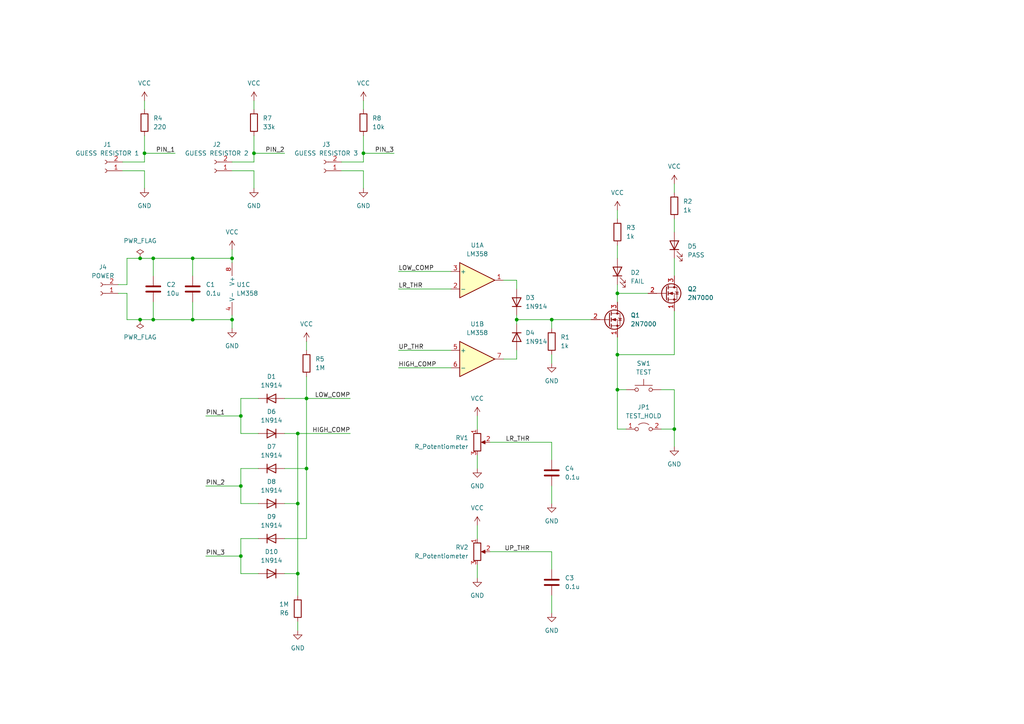
<source format=kicad_sch>
(kicad_sch (version 20230121) (generator eeschema)
  (paper "A4")
  (lib_symbols
    (symbol "Amplifier_Operational:LM358" (pin_names (offset 0.127))
      (property "Reference" "U" (at 0 5.08 0))
      (property "Value" "LM358" (at 0 -5.08 0))
      (symbol "LM358_1_1"
        (polyline (pts (xy -5.08 5.08) (xy 5.08 0) (xy -5.08 -5.08) (xy -5.08 5.08)) (stroke (width 0.254)) (fill (type background)))
        (pin output line (at 7.62 0 180) (length 2.54) (name "~") (number "1"))
        (pin input line (at -7.62 -2.54 0) (length 2.54) (name "-") (number "2"))
        (pin input line (at -7.62 2.54 0) (length 2.54) (name "+") (number "3"))
      )
      (symbol "LM358_2_1"
        (polyline (pts (xy -5.08 5.08) (xy 5.08 0) (xy -5.08 -5.08) (xy -5.08 5.08)) (stroke (width 0.254)) (fill (type background)))
        (pin input line (at -7.62 2.54 0) (length 2.54) (name "+") (number "5"))
        (pin input line (at -7.62 -2.54 0) (length 2.54) (name "-") (number "6"))
        (pin output line (at 7.62 0 180) (length 2.54) (name "~") (number "7"))
      )
      (symbol "LM358_3_1"
        (pin power_in line (at -2.54 -7.62 90) (length 3.81) (name "V-") (number "4"))
        (pin power_in line (at -2.54 7.62 270) (length 3.81) (name "V+") (number "8"))
      )
    )
    (symbol "Connector:Conn_01x02_Female" (pin_names (offset 1.016) hide)
      (property "Reference" "J" (at 0 2.54 0))
      (property "Value" "Conn_01x02_Female" (at 0 -5.08 0))
      (symbol "Conn_01x02_Female_1_1"
        (arc (start 0 -2.032) (mid -0.5058 -2.54) (end 0 -3.048) (stroke (width 0.1524)))
        (polyline (pts (xy -1.27 -2.54) (xy -0.508 -2.54)) (stroke (width 0.1524)))
        (polyline (pts (xy -1.27 0) (xy -0.508 0)) (stroke (width 0.1524)))
        (arc (start 0 0.508) (mid -0.5058 0) (end 0 -0.508) (stroke (width 0.1524)))
        (pin passive line (at -5.08 0 0) (length 3.81) (name "Pin_1") (number "1"))
        (pin passive line (at -5.08 -2.54 0) (length 3.81) (name "Pin_2") (number "2"))
      )
    )
    (symbol "Device:C" (pin_numbers hide) (pin_names (offset 0.254))
      (property "Reference" "C" (at 0.635 2.54 0))
      (property "Value" "C" (at 0.635 -2.54 0))
      (symbol "C_0_1"
        (polyline (pts (xy -2.032 -0.762) (xy 2.032 -0.762)) (stroke (width 0.508)))
        (polyline (pts (xy -2.032 0.762) (xy 2.032 0.762)) (stroke (width 0.508)))
      )
      (symbol "C_1_1"
        (pin passive line (at 0 3.81 270) (length 2.794) (name "~") (number "1"))
        (pin passive line (at 0 -3.81 90) (length 2.794) (name "~") (number "2"))
      )
    )
    (symbol "Device:D" (pin_numbers hide) (pin_names (offset 1.016) hide)
      (property "Reference" "D" (at 0 2.54 0))
      (property "Value" "D" (at 0 -2.54 0))
      (symbol "D_0_1"
        (polyline (pts (xy -1.27 1.27) (xy -1.27 -1.27)) (stroke (width 0.254)))
        (polyline (pts (xy 1.27 0) (xy -1.27 0)))
        (polyline (pts (xy 1.27 1.27) (xy 1.27 -1.27) (xy -1.27 0) (xy 1.27 1.27)) (stroke (width 0.254)))
      )
      (symbol "D_1_1"
        (pin passive line (at -3.81 0 0) (length 2.54) (name "K") (number "1"))
        (pin passive line (at 3.81 0 180) (length 2.54) (name "A") (number "2"))
      )
    )
    (symbol "Device:LED" (pin_numbers hide) (pin_names (offset 1.016) hide)
      (property "Reference" "D" (at 0 2.54 0))
      (property "Value" "LED" (at 0 -2.54 0))
      (symbol "LED_0_1"
        (polyline (pts (xy -1.27 -1.27) (xy -1.27 1.27)) (stroke (width 0.254)))
        (polyline (pts (xy -1.27 0) (xy 1.27 0)))
        (polyline (pts (xy 1.27 -1.27) (xy 1.27 1.27) (xy -1.27 0) (xy 1.27 -1.27)) (stroke (width 0.254)))
        (polyline (pts (xy -3.048 -0.762) (xy -4.572 -2.286) (xy -3.81 -2.286) (xy -4.572 -2.286) (xy -4.572 -1.524)))
        (polyline (pts (xy -1.778 -0.762) (xy -3.302 -2.286) (xy -2.54 -2.286) (xy -3.302 -2.286) (xy -3.302 -1.524)))
      )
      (symbol "LED_1_1"
        (pin passive line (at -3.81 0 0) (length 2.54) (name "K") (number "1"))
        (pin passive line (at 3.81 0 180) (length 2.54) (name "A") (number "2"))
      )
    )
    (symbol "Device:R" (pin_numbers hide) (pin_names (offset 0))
      (property "Reference" "R" (at 2.032 0 90))
      (property "Value" "R" (at 0 0 90))
      (symbol "R_0_1"
        (rectangle (start -1.016 -2.54) (end 1.016 2.54) (stroke (width 0.254)))
      )
      (symbol "R_1_1"
        (pin passive line (at 0 3.81 270) (length 1.27) (name "~") (number "1"))
        (pin passive line (at 0 -3.81 90) (length 1.27) (name "~") (number "2"))
      )
    )
    (symbol "Device:R_Potentiometer" (pin_names (offset 1.016) hide)
      (property "Reference" "RV" (at -4.445 0 90))
      (property "Value" "R_Potentiometer" (at -2.54 0 90))
      (symbol "R_Potentiometer_0_1"
        (polyline (pts (xy 2.54 0) (xy 1.524 0)))
        (polyline (pts (xy 1.143 0) (xy 2.286 0.508) (xy 2.286 -0.508) (xy 1.143 0)) (fill (type outline)))
        (rectangle (start 1.016 2.54) (end -1.016 -2.54) (stroke (width 0.254)))
      )
      (symbol "R_Potentiometer_1_1"
        (pin passive line (at 0 3.81 270) (length 1.27) (name "1") (number "1"))
        (pin passive line (at 3.81 0 180) (length 1.27) (name "2") (number "2"))
        (pin passive line (at 0 -3.81 90) (length 1.27) (name "3") (number "3"))
      )
    )
    (symbol "Jumper:Jumper_2_Open" (pin_names (offset 0) hide)
      (property "Reference" "JP" (at 0 2.794 0))
      (property "Value" "Jumper_2_Open" (at 0 -2.286 0))
      (symbol "Jumper_2_Open_0_0"
        (circle (center -2.032 0) (radius 0.508))
        (circle (center 2.032 0) (radius 0.508))
      )
      (symbol "Jumper_2_Open_0_1"
        (arc (start 1.524 1.27) (mid 0 1.778) (end -1.524 1.27))
      )
      (symbol "Jumper_2_Open_1_1"
        (pin passive line (at -5.08 0 0) (length 2.54) (name "A") (number "1"))
        (pin passive line (at 5.08 0 180) (length 2.54) (name "B") (number "2"))
      )
    )
    (symbol "Switch:SW_Push" (pin_numbers hide) (pin_names (offset 1.016) hide)
      (property "Reference" "SW" (at 1.27 2.54 0))
      (property "Value" "SW_Push" (at 0 -1.524 0))
      (symbol "SW_Push_0_1"
        (circle (center -2.032 0) (radius 0.508))
        (polyline (pts (xy 0 1.27) (xy 0 3.048)))
        (polyline (pts (xy 2.54 1.27) (xy -2.54 1.27)))
        (circle (center 2.032 0) (radius 0.508))
        (pin passive line (at -5.08 0 0) (length 2.54) (name "1") (number "1"))
        (pin passive line (at 5.08 0 180) (length 2.54) (name "2") (number "2"))
      )
    )
    (symbol "Transistor_FET:2N7000" (pin_names hide)
      (property "Reference" "Q" (at 5.08 1.905 0))
      (property "Value" "2N7000" (at 5.08 0 0))
      (symbol "2N7000_0_1"
        (polyline (pts (xy 0.254 0) (xy -2.54 0)))
        (polyline (pts (xy 0.254 1.905) (xy 0.254 -1.905)) (stroke (width 0.254)))
        (polyline (pts (xy 0.762 -1.27) (xy 0.762 -2.286)) (stroke (width 0.254)))
        (polyline (pts (xy 0.762 0.508) (xy 0.762 -0.508)) (stroke (width 0.254)))
        (polyline (pts (xy 0.762 2.286) (xy 0.762 1.27)) (stroke (width 0.254)))
        (polyline (pts (xy 2.54 2.54) (xy 2.54 1.778)))
        (polyline (pts (xy 2.54 -2.54) (xy 2.54 0) (xy 0.762 0)))
        (polyline (pts (xy 0.762 -1.778) (xy 3.302 -1.778) (xy 3.302 1.778) (xy 0.762 1.778)))
        (polyline (pts (xy 1.016 0) (xy 2.032 0.381) (xy 2.032 -0.381) (xy 1.016 0)) (fill (type outline)))
        (polyline (pts (xy 2.794 0.508) (xy 2.921 0.381) (xy 3.683 0.381) (xy 3.81 0.254)))
        (polyline (pts (xy 3.302 0.381) (xy 2.921 -0.254) (xy 3.683 -0.254) (xy 3.302 0.381)))
        (circle (center 1.651 0) (radius 2.794) (stroke (width 0.254)))
        (circle (center 2.54 -1.778) (radius 0.254) (fill (type outline)))
        (circle (center 2.54 1.778) (radius 0.254) (fill (type outline)))
      )
      (symbol "2N7000_1_1"
        (pin passive line (at 2.54 -5.08 90) (length 2.54) (name "S") (number "1"))
        (pin input line (at -5.08 0 0) (length 2.54) (name "G") (number "2"))
        (pin passive line (at 2.54 5.08 270) (length 2.54) (name "D") (number "3"))
      )
    )
    (symbol "power:GND" (power) (pin_names (offset 0))
      (property "Value" "GND" (at 0 -3.81 0))
      (symbol "GND_0_1"
        (polyline (pts (xy 0 0) (xy 0 -1.27) (xy 1.27 -1.27) (xy 0 -2.54) (xy -1.27 -1.27) (xy 0 -1.27)))
      )
      (symbol "GND_1_1"
        (pin power_in line (at 0 0 270) (length 0) hide (name "GND") (number "1"))
      )
    )
    (symbol "power:PWR_FLAG" (power) (pin_numbers hide) (pin_names (offset 0) hide)
      (property "Value" "PWR_FLAG" (at 0 3.81 0))
      (symbol "PWR_FLAG_0_0"
        (pin power_out line (at 0 0 90) (length 0) (name "pwr") (number "1"))
      )
      (symbol "PWR_FLAG_0_1"
        (polyline (pts (xy 0 0) (xy 0 1.27) (xy -1.016 1.905) (xy 0 2.54) (xy 1.016 1.905) (xy 0 1.27)))
      )
    )
    (symbol "power:VCC" (power) (pin_names (offset 0))
      (property "Value" "VCC" (at 0 3.81 0))
      (symbol "VCC_0_1"
        (polyline (pts (xy -0.762 1.27) (xy 0 2.54)))
        (polyline (pts (xy 0 0) (xy 0 2.54)))
        (polyline (pts (xy 0 2.54) (xy 0.762 1.27)))
      )
      (symbol "VCC_1_1"
        (pin power_in line (at 0 0 90) (length 0) hide (name "VCC") (number "1"))
      )
    )
  )
  (junction (at 67.31 92.71))
  (junction (at 44.45 74.93))
  (junction (at 179.07 102.87))
  (junction (at 67.31 74.93))
  (junction (at 69.85 120.65))
  (junction (at 88.9 135.89))
  (junction (at 195.58 124.46))
  (junction (at 160.02 92.71))
  (junction (at 40.64 92.71))
  (junction (at 44.45 92.71))
  (junction (at 55.88 92.71))
  (junction (at 105.41 44.45))
  (junction (at 86.36 146.05))
  (junction (at 73.66 44.45))
  (junction (at 69.85 161.29))
  (junction (at 179.07 113.03))
  (junction (at 69.85 140.97))
  (junction (at 179.07 85.09))
  (junction (at 149.86 92.71))
  (junction (at 55.88 74.93))
  (junction (at 86.36 166.37))
  (junction (at 40.64 74.93))
  (junction (at 41.91 44.45))
  (junction (at 88.9 115.57))
  (junction (at 86.36 125.73))
  (wire (pts (xy 195.58 113.03) (xy 195.58 124.46)))
  (wire (pts (xy 105.41 39.37) (xy 105.41 44.45)))
  (wire (pts (xy 44.45 87.63) (xy 44.45 92.71)))
  (wire (pts (xy 59.69 120.65) (xy 69.85 120.65)))
  (wire (pts (xy 69.85 135.89) (xy 74.93 135.89)))
  (wire (pts (xy 69.85 156.21) (xy 74.93 156.21)))
  (wire (pts (xy 105.41 44.45) (xy 114.3 44.45)))
  (wire (pts (xy 179.07 102.87) (xy 179.07 97.79)))
  (wire (pts (xy 86.36 182.88) (xy 86.36 180.34)))
  (wire (pts (xy 82.55 125.73) (xy 86.36 125.73)))
  (wire (pts (xy 149.86 92.71) (xy 160.02 92.71)))
  (wire (pts (xy 73.66 49.53) (xy 73.66 54.61)))
  (wire (pts (xy 44.45 74.93) (xy 44.45 80.01)))
  (wire (pts (xy 82.55 156.21) (xy 88.9 156.21)))
  (wire (pts (xy 99.06 49.53) (xy 105.41 49.53)))
  (wire (pts (xy 35.56 46.99) (xy 41.91 46.99)))
  (wire (pts (xy 160.02 160.02) (xy 160.02 165.1)))
  (wire (pts (xy 69.85 166.37) (xy 69.85 161.29)))
  (wire (pts (xy 160.02 128.27) (xy 160.02 133.35)))
  (wire (pts (xy 149.86 92.71) (xy 149.86 93.98)))
  (wire (pts (xy 69.85 120.65) (xy 69.85 115.57)))
  (wire (pts (xy 67.31 49.53) (xy 73.66 49.53)))
  (wire (pts (xy 179.07 85.09) (xy 179.07 87.63)))
  (wire (pts (xy 179.07 85.09) (xy 187.96 85.09)))
  (wire (pts (xy 41.91 44.45) (xy 50.8 44.45)))
  (wire (pts (xy 115.57 101.6) (xy 130.81 101.6)))
  (wire (pts (xy 67.31 91.44) (xy 67.31 92.71)))
  (wire (pts (xy 195.58 124.46) (xy 195.58 129.54)))
  (wire (pts (xy 160.02 92.71) (xy 160.02 95.25)))
  (wire (pts (xy 86.36 125.73) (xy 86.36 146.05)))
  (wire (pts (xy 74.93 146.05) (xy 69.85 146.05)))
  (wire (pts (xy 138.43 163.83) (xy 138.43 167.64)))
  (wire (pts (xy 36.83 74.93) (xy 40.64 74.93)))
  (wire (pts (xy 160.02 92.71) (xy 171.45 92.71)))
  (wire (pts (xy 86.36 146.05) (xy 86.36 166.37)))
  (wire (pts (xy 191.77 113.03) (xy 195.58 113.03)))
  (wire (pts (xy 160.02 172.72) (xy 160.02 177.8)))
  (wire (pts (xy 35.56 49.53) (xy 41.91 49.53)))
  (wire (pts (xy 160.02 140.97) (xy 160.02 146.05)))
  (wire (pts (xy 67.31 74.93) (xy 67.31 76.2)))
  (wire (pts (xy 82.55 115.57) (xy 88.9 115.57)))
  (wire (pts (xy 73.66 46.99) (xy 73.66 44.45)))
  (wire (pts (xy 160.02 102.87) (xy 160.02 105.41)))
  (wire (pts (xy 105.41 49.53) (xy 105.41 54.61)))
  (wire (pts (xy 105.41 29.21) (xy 105.41 31.75)))
  (wire (pts (xy 179.07 124.46) (xy 181.61 124.46)))
  (wire (pts (xy 34.29 82.55) (xy 36.83 82.55)))
  (wire (pts (xy 115.57 78.74) (xy 130.81 78.74)))
  (wire (pts (xy 41.91 49.53) (xy 41.91 54.61)))
  (wire (pts (xy 195.58 74.93) (xy 195.58 80.01)))
  (wire (pts (xy 67.31 92.71) (xy 55.88 92.71)))
  (wire (pts (xy 59.69 161.29) (xy 69.85 161.29)))
  (wire (pts (xy 88.9 135.89) (xy 88.9 156.21)))
  (wire (pts (xy 67.31 46.99) (xy 73.66 46.99)))
  (wire (pts (xy 146.05 104.14) (xy 149.86 104.14)))
  (wire (pts (xy 179.07 102.87) (xy 179.07 113.03)))
  (wire (pts (xy 88.9 115.57) (xy 101.6 115.57)))
  (wire (pts (xy 73.66 39.37) (xy 73.66 44.45)))
  (wire (pts (xy 74.93 166.37) (xy 69.85 166.37)))
  (wire (pts (xy 146.05 81.28) (xy 149.86 81.28)))
  (wire (pts (xy 73.66 44.45) (xy 82.55 44.45)))
  (wire (pts (xy 82.55 146.05) (xy 86.36 146.05)))
  (wire (pts (xy 195.58 53.34) (xy 195.58 55.88)))
  (wire (pts (xy 59.69 140.97) (xy 69.85 140.97)))
  (wire (pts (xy 82.55 135.89) (xy 88.9 135.89)))
  (wire (pts (xy 179.07 60.96) (xy 179.07 63.5)))
  (wire (pts (xy 67.31 92.71) (xy 67.31 95.25)))
  (wire (pts (xy 40.64 74.93) (xy 44.45 74.93)))
  (wire (pts (xy 36.83 85.09) (xy 36.83 92.71)))
  (wire (pts (xy 149.86 81.28) (xy 149.86 83.82)))
  (wire (pts (xy 67.31 74.93) (xy 55.88 74.93)))
  (wire (pts (xy 36.83 92.71) (xy 40.64 92.71)))
  (wire (pts (xy 73.66 29.21) (xy 73.66 31.75)))
  (wire (pts (xy 138.43 152.4) (xy 138.43 156.21)))
  (wire (pts (xy 69.85 115.57) (xy 74.93 115.57)))
  (wire (pts (xy 86.36 125.73) (xy 101.6 125.73)))
  (wire (pts (xy 195.58 124.46) (xy 191.77 124.46)))
  (wire (pts (xy 44.45 74.93) (xy 55.88 74.93)))
  (wire (pts (xy 149.86 91.44) (xy 149.86 92.71)))
  (wire (pts (xy 41.91 46.99) (xy 41.91 44.45)))
  (wire (pts (xy 40.64 92.71) (xy 44.45 92.71)))
  (wire (pts (xy 142.24 128.27) (xy 160.02 128.27)))
  (wire (pts (xy 86.36 172.72) (xy 86.36 166.37)))
  (wire (pts (xy 149.86 101.6) (xy 149.86 104.14)))
  (wire (pts (xy 115.57 83.82) (xy 130.81 83.82)))
  (wire (pts (xy 115.57 106.68) (xy 130.81 106.68)))
  (wire (pts (xy 36.83 74.93) (xy 36.83 82.55)))
  (wire (pts (xy 179.07 71.12) (xy 179.07 74.93)))
  (wire (pts (xy 34.29 85.09) (xy 36.83 85.09)))
  (wire (pts (xy 179.07 113.03) (xy 179.07 124.46)))
  (wire (pts (xy 179.07 82.55) (xy 179.07 85.09)))
  (wire (pts (xy 105.41 46.99) (xy 105.41 44.45)))
  (wire (pts (xy 44.45 92.71) (xy 55.88 92.71)))
  (wire (pts (xy 74.93 125.73) (xy 69.85 125.73)))
  (wire (pts (xy 55.88 74.93) (xy 55.88 80.01)))
  (wire (pts (xy 88.9 109.22) (xy 88.9 115.57)))
  (wire (pts (xy 142.24 160.02) (xy 160.02 160.02)))
  (wire (pts (xy 69.85 146.05) (xy 69.85 140.97)))
  (wire (pts (xy 179.07 113.03) (xy 181.61 113.03)))
  (wire (pts (xy 138.43 120.65) (xy 138.43 124.46)))
  (wire (pts (xy 138.43 132.08) (xy 138.43 135.89)))
  (wire (pts (xy 99.06 46.99) (xy 105.41 46.99)))
  (wire (pts (xy 88.9 115.57) (xy 88.9 135.89)))
  (wire (pts (xy 55.88 87.63) (xy 55.88 92.71)))
  (wire (pts (xy 69.85 161.29) (xy 69.85 156.21)))
  (wire (pts (xy 41.91 29.21) (xy 41.91 31.75)))
  (wire (pts (xy 69.85 125.73) (xy 69.85 120.65)))
  (wire (pts (xy 67.31 72.39) (xy 67.31 74.93)))
  (wire (pts (xy 41.91 39.37) (xy 41.91 44.45)))
  (wire (pts (xy 88.9 99.06) (xy 88.9 101.6)))
  (wire (pts (xy 82.55 166.37) (xy 86.36 166.37)))
  (wire (pts (xy 195.58 90.17) (xy 195.58 102.87)))
  (wire (pts (xy 69.85 140.97) (xy 69.85 135.89)))
  (wire (pts (xy 195.58 63.5) (xy 195.58 67.31)))
  (wire (pts (xy 195.58 102.87) (xy 179.07 102.87)))
  (label "PIN_1" (at 59.69 120.65 0))
  (label "UP_THR" (at 115.57 101.6 0))
  (label "PIN_1" (at 50.8 44.45 180))
  (label "PIN_2" (at 82.55 44.45 180))
  (label "HIGH_COMP" (at 115.57 106.68 0))
  (label "LOW_COMP" (at 101.6 115.57 180))
  (label "LR_THR" (at 153.67 128.27 180))
  (label "LOW_COMP" (at 115.57 78.74 0))
  (label "PIN_3" (at 114.3 44.45 180))
  (label "PIN_2" (at 59.69 140.97 0))
  (label "HIGH_COMP" (at 101.6 125.73 180))
  (label "PIN_3" (at 59.69 161.29 0))
  (label "UP_THR" (at 153.67 160.02 180))
  (label "LR_THR" (at 115.57 83.82 0))
  (symbol (lib_id "Device:D") (at 78.74 166.37 180) (unit 1)
    (property "Reference" "D10" (at 78.74 160.02 0))
    (property "Value" "1N914" (at 78.74 162.56 0))
    (property "Footprint" "Diode_THT:D_DO-35_SOD27_P7.62mm_Horizontal" (effects hide))
  )
  (symbol (lib_id "power:VCC") (at 179.07 60.96 0) (unit 1)
    (property "Reference" "#PWR010" (effects hide))
    (property "Value" "VCC" (at 179.07 55.88 0))
  )
  (symbol (lib_id "Device:R_Potentiometer") (at 138.43 160.02 0) (unit 1)
    (property "Reference" "RV2" (at 135.89 158.75 0) (effects (justify right)))
    (property "Value" "R_Potentiometer" (at 135.89 161.29 0) (effects (justify right)))
    (property "Footprint" "Potentiometer_THT:Potentiometer_Bourns_3266X_Horizontal" (effects hide))
  )
  (symbol (lib_id "Connector:Conn_01x02_Female") (at 29.21 85.09 180) (unit 1)
    (property "Reference" "J4" (at 29.845 77.47 0))
    (property "Value" "POWER" (at 29.845 80.01 0))
    (property "Footprint" "Connector_PinSocket_2.54mm:PinSocket_2x01_P2.54mm_Vertical" (effects hide))
  )
  (symbol (lib_id "power:PWR_FLAG") (at 40.64 74.93 0) (unit 1)
    (property "Reference" "#FLG01" (effects hide))
    (property "Value" "PWR_FLAG" (at 40.64 69.85 0))
  )
  (symbol (lib_id "power:GND") (at 195.58 129.54 0) (unit 1)
    (property "Reference" "#PWR012" (effects hide))
    (property "Value" "GND" (at 195.58 134.62 0))
  )
  (symbol (lib_id "Device:R") (at 41.91 35.56 0) (unit 1)
    (property "Reference" "R4" (at 44.45 34.29 0) (effects (justify left)))
    (property "Value" "220" (at 44.45 36.83 0) (effects (justify left)))
    (property "Footprint" "Capacitor_SMD:C_0603_1608Metric" (effects hide))
  )
  (symbol (lib_id "power:VCC") (at 73.66 29.21 0) (unit 1)
    (property "Reference" "#PWR017" (effects hide))
    (property "Value" "VCC" (at 73.66 24.13 0))
  )
  (symbol (lib_id "Jumper:Jumper_2_Open") (at 186.69 124.46 0) (unit 1)
    (property "Reference" "JP1" (at 186.69 118.11 0))
    (property "Value" "TEST_HOLD" (at 186.69 120.65 0))
    (property "Footprint" "Connector_PinSocket_2.54mm:PinSocket_2x01_P2.54mm_Vertical" (effects hide))
  )
  (symbol (lib_id "power:PWR_FLAG") (at 40.64 92.71 180) (unit 1)
    (property "Reference" "#FLG02" (effects hide))
    (property "Value" "PWR_FLAG" (at 40.64 97.79 0))
  )
  (symbol (lib_id "power:VCC") (at 138.43 152.4 0) (unit 1)
    (property "Reference" "#PWR03" (effects hide))
    (property "Value" "VCC" (at 138.43 147.32 0))
  )
  (symbol (lib_id "Device:R") (at 86.36 176.53 180) (unit 1)
    (property "Reference" "R6" (at 83.82 177.8 0) (effects (justify left)))
    (property "Value" "1M" (at 83.82 175.26 0) (effects (justify left)))
    (property "Footprint" "Capacitor_SMD:C_0603_1608Metric" (effects hide))
  )
  (symbol (lib_id "Device:R") (at 195.58 59.69 0) (unit 1)
    (property "Reference" "R2" (at 198.12 58.42 0) (effects (justify left)))
    (property "Value" "1k" (at 198.12 60.96 0) (effects (justify left)))
    (property "Footprint" "Capacitor_SMD:C_0603_1608Metric" (effects hide))
  )
  (symbol (lib_id "power:GND") (at 160.02 105.41 0) (unit 1)
    (property "Reference" "#PWR09" (effects hide))
    (property "Value" "GND" (at 160.02 110.49 0))
  )
  (symbol (lib_id "power:VCC") (at 67.31 72.39 0) (unit 1)
    (property "Reference" "#PWR05" (effects hide))
    (property "Value" "VCC" (at 67.31 67.31 0))
  )
  (symbol (lib_id "Transistor_FET:2N7000") (at 193.04 85.09 0) (unit 1)
    (property "Reference" "Q2" (at 199.39 83.82 0) (effects (justify left)))
    (property "Value" "2N7000" (at 199.39 86.36 0) (effects (justify left)))
    (property "Footprint" "Package_TO_SOT_THT:TO-92_Inline" (effects hide))
    (property "Datasheet" "https://www.vishay.com/docs/70226/70226.pdf" (effects hide))
  )
  (symbol (lib_id "Device:D") (at 78.74 146.05 180) (unit 1)
    (property "Reference" "D8" (at 78.74 139.7 0))
    (property "Value" "1N914" (at 78.74 142.24 0))
    (property "Footprint" "Diode_THT:D_DO-35_SOD27_P7.62mm_Horizontal" (effects hide))
  )
  (symbol (lib_id "power:GND") (at 105.41 54.61 0) (unit 1)
    (property "Reference" "#PWR020" (effects hide))
    (property "Value" "GND" (at 105.41 59.69 0))
  )
  (symbol (lib_id "power:GND") (at 160.02 146.05 0) (unit 1)
    (property "Reference" "#PWR08" (effects hide))
    (property "Value" "GND" (at 160.02 151.13 0))
  )
  (symbol (lib_id "Device:R") (at 88.9 105.41 0) (unit 1)
    (property "Reference" "R5" (at 91.44 104.14 0) (effects (justify left)))
    (property "Value" "1M" (at 91.44 106.68 0) (effects (justify left)))
    (property "Footprint" "Capacitor_SMD:C_0603_1608Metric" (effects hide))
  )
  (symbol (lib_id "Amplifier_Operational:LM358") (at 138.43 104.14 0) (unit 2)
    (property "Reference" "U1" (at 138.43 93.98 0))
    (property "Value" "LM358" (at 138.43 96.52 0))
    (property "Footprint" "Package_DIP:DIP-8_W7.62mm" (effects hide))
    (property "Datasheet" "http://www.ti.com/lit/ds/symlink/lm2904-n.pdf" (effects hide))
  )
  (symbol (lib_id "Device:R") (at 73.66 35.56 0) (unit 1)
    (property "Reference" "R7" (at 76.2 34.29 0) (effects (justify left)))
    (property "Value" "33k" (at 76.2 36.83 0) (effects (justify left)))
    (property "Footprint" "Capacitor_SMD:C_0603_1608Metric" (effects hide))
  )
  (symbol (lib_id "power:GND") (at 160.02 177.8 0) (unit 1)
    (property "Reference" "#PWR07" (effects hide))
    (property "Value" "GND" (at 160.02 182.88 0))
  )
  (symbol (lib_id "Device:R") (at 105.41 35.56 0) (unit 1)
    (property "Reference" "R8" (at 107.95 34.29 0) (effects (justify left)))
    (property "Value" "10k" (at 107.95 36.83 0) (effects (justify left)))
    (property "Footprint" "Capacitor_SMD:C_0603_1608Metric" (effects hide))
  )
  (symbol (lib_id "power:VCC") (at 195.58 53.34 0) (unit 1)
    (property "Reference" "#PWR011" (effects hide))
    (property "Value" "VCC" (at 195.58 48.26 0))
  )
  (symbol (lib_id "Amplifier_Operational:LM358") (at 69.85 83.82 0) (unit 3)
    (property "Reference" "U1" (at 68.58 82.55 0) (effects (justify left)))
    (property "Value" "LM358" (at 68.58 85.09 0) (effects (justify left)))
    (property "Footprint" "Package_DIP:DIP-8_W7.62mm" (effects hide))
    (property "Datasheet" "http://www.ti.com/lit/ds/symlink/lm2904-n.pdf" (effects hide))
  )
  (symbol (lib_id "power:VCC") (at 88.9 99.06 0) (unit 1)
    (property "Reference" "#PWR014" (effects hide))
    (property "Value" "VCC" (at 88.9 93.98 0))
  )
  (symbol (lib_id "Connector:Conn_01x02_Female") (at 30.48 49.53 180) (unit 1)
    (property "Reference" "J1" (at 31.115 41.91 0))
    (property "Value" "GUESS RESISTOR 1" (at 31.115 44.45 0))
    (property "Footprint" "Connector_PinSocket_2.54mm:PinSocket_2x01_P2.54mm_Vertical" (effects hide))
  )
  (symbol (lib_id "power:VCC") (at 105.41 29.21 0) (unit 1)
    (property "Reference" "#PWR019" (effects hide))
    (property "Value" "VCC" (at 105.41 24.13 0))
  )
  (symbol (lib_id "Device:D") (at 149.86 97.79 270) (unit 1)
    (property "Reference" "D4" (at 152.4 96.52 90) (effects (justify left)))
    (property "Value" "1N914" (at 152.4 99.06 90) (effects (justify left)))
    (property "Footprint" "Diode_THT:D_DO-35_SOD27_P7.62mm_Horizontal" (effects hide))
  )
  (symbol (lib_id "power:GND") (at 73.66 54.61 0) (unit 1)
    (property "Reference" "#PWR018" (effects hide))
    (property "Value" "GND" (at 73.66 59.69 0))
  )
  (symbol (lib_id "Device:D") (at 149.86 87.63 90) (unit 1)
    (property "Reference" "D3" (at 152.4 86.36 90) (effects (justify right)))
    (property "Value" "1N914" (at 152.4 88.9 90) (effects (justify right)))
    (property "Footprint" "Diode_THT:D_DO-35_SOD27_P7.62mm_Horizontal" (effects hide))
  )
  (symbol (lib_id "power:GND") (at 41.91 54.61 0) (unit 1)
    (property "Reference" "#PWR016" (effects hide))
    (property "Value" "GND" (at 41.91 59.69 0))
  )
  (symbol (lib_id "Device:R") (at 179.07 67.31 0) (unit 1)
    (property "Reference" "R3" (at 181.61 66.04 0) (effects (justify left)))
    (property "Value" "1k" (at 181.61 68.58 0) (effects (justify left)))
    (property "Footprint" "Capacitor_SMD:C_0603_1608Metric" (effects hide))
  )
  (symbol (lib_id "Connector:Conn_01x02_Female") (at 93.98 49.53 180) (unit 1)
    (property "Reference" "J3" (at 94.615 41.91 0))
    (property "Value" "GUESS RESISTOR 3" (at 94.615 44.45 0))
    (property "Footprint" "Connector_PinSocket_2.54mm:PinSocket_2x01_P2.54mm_Vertical" (effects hide))
  )
  (symbol (lib_id "Device:D") (at 78.74 156.21 0) (unit 1)
    (property "Reference" "D9" (at 78.74 149.86 0))
    (property "Value" "1N914" (at 78.74 152.4 0))
    (property "Footprint" "Diode_THT:D_DO-35_SOD27_P7.62mm_Horizontal" (effects hide))
  )
  (symbol (lib_id "Device:LED") (at 179.07 78.74 90) (unit 1)
    (property "Reference" "D2" (at 182.88 79.0575 90) (effects (justify right)))
    (property "Value" "FAIL" (at 182.88 81.5975 90) (effects (justify right)))
    (property "Footprint" "LED_THT:LED_D5.0mm" (effects hide))
  )
  (symbol (lib_id "power:GND") (at 67.31 95.25 0) (unit 1)
    (property "Reference" "#PWR06" (effects hide))
    (property "Value" "GND" (at 67.31 100.33 0))
  )
  (symbol (lib_id "Switch:SW_Push") (at 186.69 113.03 0) (unit 1)
    (property "Reference" "SW1" (at 186.69 105.41 0))
    (property "Value" "TEST" (at 186.69 107.95 0))
    (property "Footprint" "Button_Switch_THT:SW_PUSH_6mm_H4.3mm" (effects hide))
  )
  (symbol (lib_id "power:GND") (at 138.43 167.64 0) (unit 1)
    (property "Reference" "#PWR04" (effects hide))
    (property "Value" "GND" (at 138.43 172.72 0))
  )
  (symbol (lib_id "Device:LED") (at 195.58 71.12 90) (unit 1)
    (property "Reference" "D5" (at 199.39 71.4375 90) (effects (justify right)))
    (property "Value" "PASS" (at 199.39 73.9775 90) (effects (justify right)))
    (property "Footprint" "LED_THT:LED_D5.0mm" (effects hide))
  )
  (symbol (lib_id "Device:C") (at 55.88 83.82 0) (unit 1)
    (property "Reference" "C1" (at 59.69 82.55 0) (effects (justify left)))
    (property "Value" "0.1u" (at 59.69 85.09 0) (effects (justify left)))
    (property "Footprint" "Capacitor_SMD:C_0603_1608Metric" (effects hide))
  )
  (symbol (lib_id "Transistor_FET:2N7000") (at 176.53 92.71 0) (unit 1)
    (property "Reference" "Q1" (at 182.88 91.44 0) (effects (justify left)))
    (property "Value" "2N7000" (at 182.88 93.98 0) (effects (justify left)))
    (property "Footprint" "Package_TO_SOT_THT:TO-92_Inline" (effects hide))
    (property "Datasheet" "https://www.vishay.com/docs/70226/70226.pdf" (effects hide))
  )
  (symbol (lib_id "Device:R") (at 160.02 99.06 0) (unit 1)
    (property "Reference" "R1" (at 162.56 97.79 0) (effects (justify left)))
    (property "Value" "1k" (at 162.56 100.33 0) (effects (justify left)))
    (property "Footprint" "Capacitor_SMD:C_0603_1608Metric" (effects hide))
  )
  (symbol (lib_id "Device:D") (at 78.74 115.57 0) (unit 1)
    (property "Reference" "D1" (at 78.74 109.22 0))
    (property "Value" "1N914" (at 78.74 111.76 0))
    (property "Footprint" "Diode_THT:D_DO-35_SOD27_P7.62mm_Horizontal" (effects hide))
  )
  (symbol (lib_id "Device:D") (at 78.74 125.73 180) (unit 1)
    (property "Reference" "D6" (at 78.74 119.38 0))
    (property "Value" "1N914" (at 78.74 121.92 0))
    (property "Footprint" "Diode_THT:D_DO-35_SOD27_P7.62mm_Horizontal" (effects hide))
  )
  (symbol (lib_id "Device:D") (at 78.74 135.89 0) (unit 1)
    (property "Reference" "D7" (at 78.74 129.54 0))
    (property "Value" "1N914" (at 78.74 132.08 0))
    (property "Footprint" "Diode_THT:D_DO-35_SOD27_P7.62mm_Horizontal" (effects hide))
  )
  (symbol (lib_id "power:VCC") (at 41.91 29.21 0) (unit 1)
    (property "Reference" "#PWR013" (effects hide))
    (property "Value" "VCC" (at 41.91 24.13 0))
  )
  (symbol (lib_id "power:GND") (at 86.36 182.88 0) (unit 1)
    (property "Reference" "#PWR015" (effects hide))
    (property "Value" "GND" (at 86.36 187.96 0))
  )
  (symbol (lib_id "Amplifier_Operational:LM358") (at 138.43 81.28 0) (unit 1)
    (property "Reference" "U1" (at 138.43 71.12 0))
    (property "Value" "LM358" (at 138.43 73.66 0))
    (property "Footprint" "Package_DIP:DIP-8_W7.62mm" (effects hide))
    (property "Datasheet" "http://www.ti.com/lit/ds/symlink/lm2904-n.pdf" (effects hide))
  )
  (symbol (lib_id "power:VCC") (at 138.43 120.65 0) (unit 1)
    (property "Reference" "#PWR02" (effects hide))
    (property "Value" "VCC" (at 138.43 115.57 0))
  )
  (symbol (lib_id "Connector:Conn_01x02_Female") (at 62.23 49.53 180) (unit 1)
    (property "Reference" "J2" (at 62.865 41.91 0))
    (property "Value" "GUESS RESISTOR 2" (at 62.865 44.45 0))
    (property "Footprint" "Connector_PinSocket_2.54mm:PinSocket_2x01_P2.54mm_Vertical" (effects hide))
  )
  (symbol (lib_id "Device:C") (at 160.02 137.16 0) (unit 1)
    (property "Reference" "C4" (at 163.83 135.89 0) (effects (justify left)))
    (property "Value" "0.1u" (at 163.83 138.43 0) (effects (justify left)))
    (property "Footprint" "Capacitor_SMD:C_0603_1608Metric" (effects hide))
  )
  (symbol (lib_id "Device:R_Potentiometer") (at 138.43 128.27 0) (unit 1)
    (property "Reference" "RV1" (at 135.89 127 0) (effects (justify right)))
    (property "Value" "R_Potentiometer" (at 135.89 129.54 0) (effects (justify right)))
    (property "Footprint" "Potentiometer_THT:Potentiometer_Bourns_3266X_Horizontal" (effects hide))
  )
  (symbol (lib_id "power:GND") (at 138.43 135.89 0) (unit 1)
    (property "Reference" "#PWR01" (effects hide))
    (property "Value" "GND" (at 138.43 140.97 0))
  )
  (symbol (lib_id "Device:C") (at 160.02 168.91 0) (unit 1)
    (property "Reference" "C3" (at 163.83 167.64 0) (effects (justify left)))
    (property "Value" "0.1u" (at 163.83 170.18 0) (effects (justify left)))
    (property "Footprint" "Capacitor_SMD:C_0603_1608Metric" (effects hide))
  )
  (symbol (lib_id "Device:C") (at 44.45 83.82 0) (unit 1)
    (property "Reference" "C2" (at 48.26 82.55 0) (effects (justify left)))
    (property "Value" "10u" (at 48.26 85.09 0) (effects (justify left)))
    (property "Footprint" "Capacitor_SMD:C_1206_3216Metric" (effects hide))
  )
)
</source>
